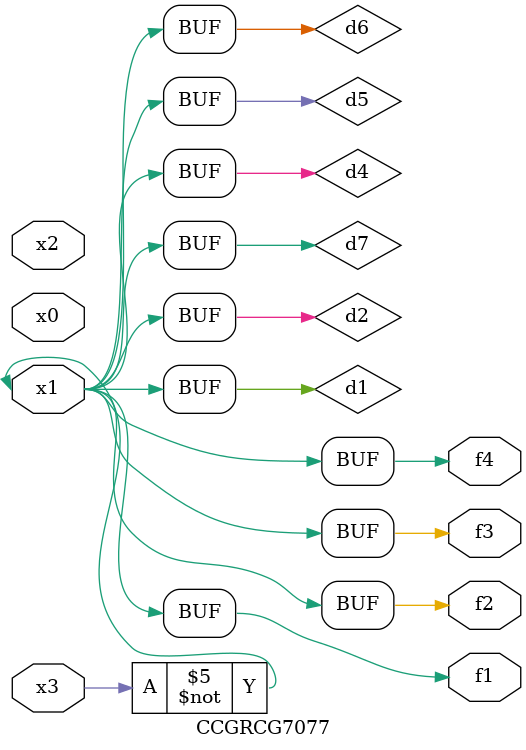
<source format=v>
module CCGRCG7077(
	input x0, x1, x2, x3,
	output f1, f2, f3, f4
);

	wire d1, d2, d3, d4, d5, d6, d7;

	not (d1, x3);
	buf (d2, x1);
	xnor (d3, d1, d2);
	nor (d4, d1);
	buf (d5, d1, d2);
	buf (d6, d4, d5);
	nand (d7, d4);
	assign f1 = d6;
	assign f2 = d7;
	assign f3 = d6;
	assign f4 = d6;
endmodule

</source>
